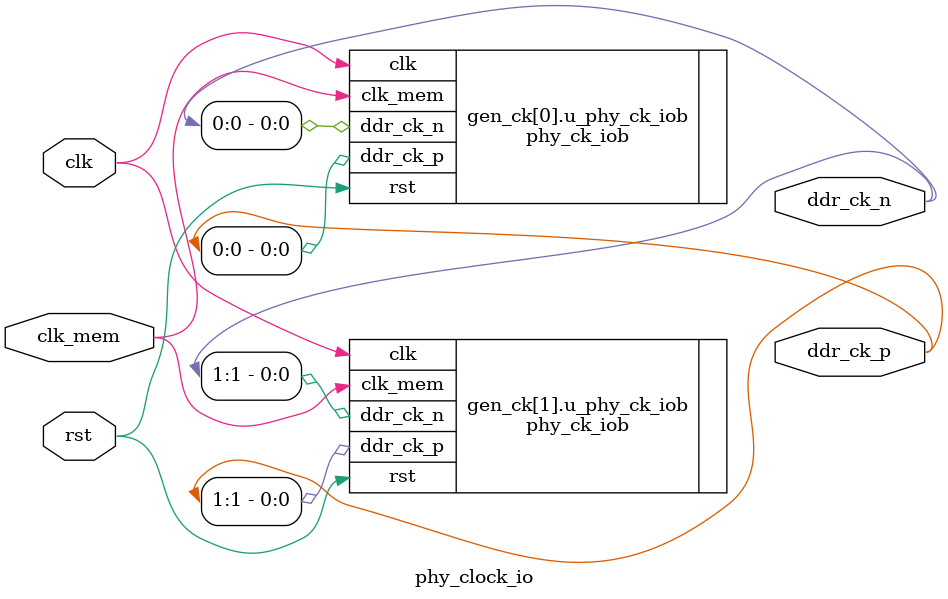
<source format=v>

/******************************************************************************
**$Id: phy_clock_io.v,v 1.2 2010/11/26 18:26:16 jschmitz Exp $
**$Date: 2010/11/26 18:26:16 $
**$Author: jschmitz $
**$Revision: 1.2 $
**$Source: /devl/xcs/repo/env/Databases/ip/src2/M/mig_v3_61/data/dlib/virtex6/ddr3_sdram/verilog/rtl/phy/phy_clock_io.v,v $
******************************************************************************/

`timescale 1ps/1ps

module phy_clock_io #
  (
   parameter TCQ          = 100,       // clk->out delay (sim only)
   parameter CK_WIDTH     = 2,         // # of clock output pairs
   parameter WRLVL        = "OFF",     // Enable write leveling
   parameter DRAM_TYPE    = "DDR3",    // Memory I/F type: "DDR3", "DDR2"
   parameter REFCLK_FREQ  = 300.0,     // IODELAY Reference Clock freq (MHz)
   parameter IODELAY_GRP  = "IODELAY_MIG"  // May be assigned unique name
                                              // when mult IP cores in design
   )
  (
   input                 clk_mem,   // full rate core clock
   input                 clk,       // half rate core clock
   input                 rst,       // half rate core clk reset
   output [CK_WIDTH-1:0] ddr_ck_p,  // forwarded diff. clock to memory
   output [CK_WIDTH-1:0] ddr_ck_n   // forwarded diff. clock to memory
   );

  //***************************************************************************

  generate
    genvar ck_i;
    for (ck_i = 0; ck_i < CK_WIDTH; ck_i = ck_i + 1) begin: gen_ck
      phy_ck_iob #
        (
         .TCQ            (TCQ),
         .WRLVL          (WRLVL),
         .DRAM_TYPE      (DRAM_TYPE),
         .REFCLK_FREQ    (REFCLK_FREQ),
         .IODELAY_GRP    (IODELAY_GRP)
         )
        u_phy_ck_iob
          (
           .clk_mem   (clk_mem),
           .clk       (clk),
           .rst       (rst),
           .ddr_ck_p  (ddr_ck_p[ck_i]),
           .ddr_ck_n  (ddr_ck_n[ck_i])
           );
    end
  endgenerate

endmodule

</source>
